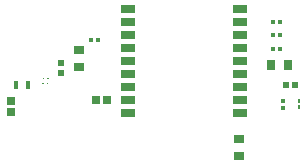
<source format=gbr>
G04*
G04 #@! TF.GenerationSoftware,Altium Limited,Altium Designer,25.8.1 (18)*
G04*
G04 Layer_Color=128*
%FSLAX44Y44*%
%MOMM*%
G71*
G04*
G04 #@! TF.SameCoordinates,1712F0CB-3B61-41A3-BC14-C9FE2E182D8B*
G04*
G04*
G04 #@! TF.FilePolarity,Positive*
G04*
G01*
G75*
%ADD20R,0.6500X0.9000*%
%ADD21R,0.7154X0.6725*%
%ADD25R,0.2627X0.3541*%
%ADD26R,0.9000X0.6500*%
%ADD48R,0.6725X0.7154*%
%ADD82R,0.5153X0.4725*%
%ADD168R,1.1810X0.7874*%
%ADD169R,0.4541X0.3627*%
%ADD170R,0.5200X0.5600*%
%ADD173R,0.3627X0.4541*%
%ADD174R,0.4100X0.6600*%
%ADD177C,0.1250*%
D20*
X1834410Y1714500D02*
D03*
X1819910D02*
D03*
D21*
X1671909Y1685290D02*
D03*
X1681480D02*
D03*
D25*
X1844040Y1678934D02*
D03*
Y1684020D02*
D03*
D26*
X1657350Y1712700D02*
D03*
X1793240Y1637400D02*
D03*
X1657350Y1727200D02*
D03*
X1793240Y1651900D02*
D03*
D48*
X1600200Y1674449D02*
D03*
Y1684020D02*
D03*
D82*
X1840206Y1697990D02*
D03*
X1832634D02*
D03*
D168*
X1793431Y1762310D02*
D03*
X1699069Y1696310D02*
D03*
Y1674310D02*
D03*
X1793431Y1674310D02*
D03*
Y1685310D02*
D03*
Y1696310D02*
D03*
Y1707310D02*
D03*
Y1718310D02*
D03*
Y1729310D02*
D03*
Y1740310D02*
D03*
Y1751310D02*
D03*
X1699069Y1762310D02*
D03*
Y1751310D02*
D03*
Y1740310D02*
D03*
Y1729310D02*
D03*
Y1718310D02*
D03*
Y1685310D02*
D03*
Y1707310D02*
D03*
D169*
X1828033Y1751330D02*
D03*
X1827530Y1739900D02*
D03*
Y1728470D02*
D03*
X1667830Y1735456D02*
D03*
X1673916D02*
D03*
X1821947Y1751330D02*
D03*
X1821444Y1739900D02*
D03*
Y1728470D02*
D03*
D170*
X1642110Y1715950D02*
D03*
Y1708150D02*
D03*
D173*
X1830070Y1677934D02*
D03*
Y1684020D02*
D03*
D174*
X1614110Y1697990D02*
D03*
X1604010D02*
D03*
D177*
X1631305Y1703260D02*
G03*
X1631305Y1703260I-625J0D01*
G01*
Y1699260D02*
G03*
X1631305Y1699260I-625J0D01*
G01*
Y1695260D02*
G03*
X1631305Y1695260I-625J0D01*
G01*
X1627305D02*
G03*
X1627305Y1695260I-625J0D01*
G01*
Y1699260D02*
G03*
X1627305Y1699260I-625J0D01*
G01*
Y1703260D02*
G03*
X1627305Y1703260I-625J0D01*
G01*
M02*

</source>
